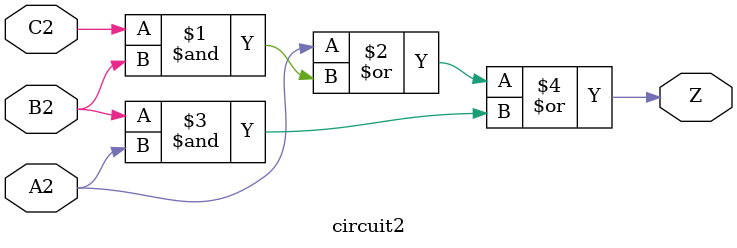
<source format=v>
module circuit2(Z, A2, B2, C2);
    input A2, B2, C2;
    output Z;
    assign Z = (A2 | (C2 & B2)) | (B2 & A2);
endmodule

</source>
